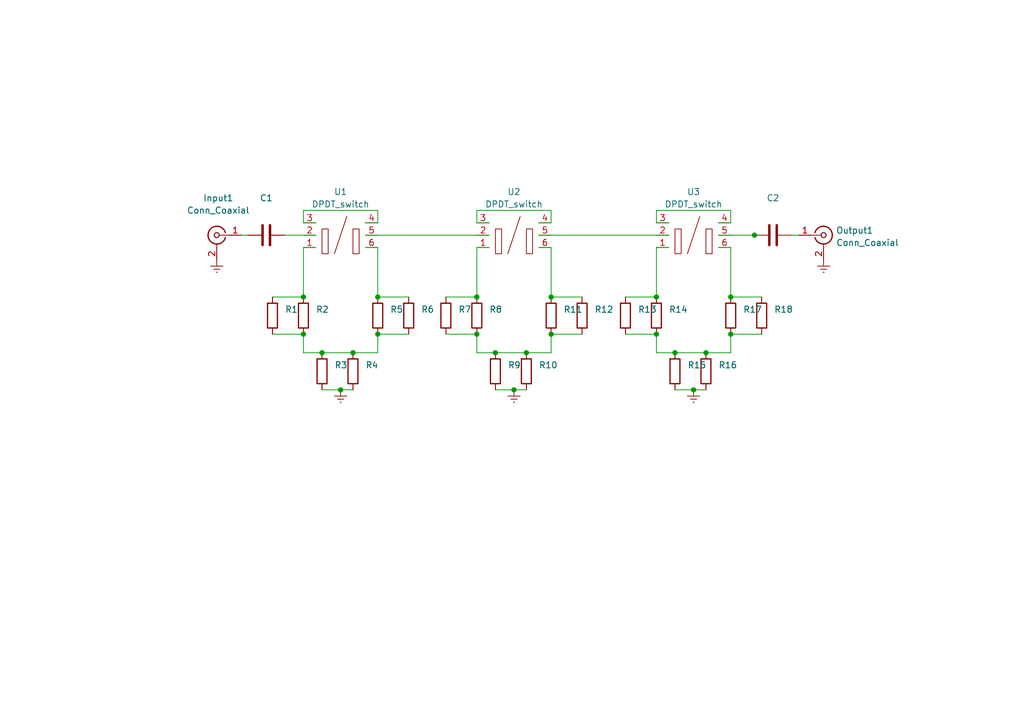
<source format=kicad_sch>
(kicad_sch (version 20211123) (generator eeschema)
  (paper "A5")
  (title_block (title "Pi Attenuator") (date "2022-04-21") (rev "202204V1"))
  (lib_symbols
    (symbol "Connector:Conn_Coaxial" (pin_names (offset 1.016) hide)
      (property "Reference" "J" (at 0.254 3.048 0))
      (property "Value" "Conn_Coaxial" (at 2.921 0 90))
      (symbol "Conn_Coaxial_0_1"
        (arc (start -1.778 -0.508) (mid 0.2311 -1.8066) (end 1.778 0) (stroke (width 0.254)))
        (polyline (pts (xy -2.54 0) (xy -0.508 0)))
        (polyline (pts (xy 0 -2.54) (xy 0 -1.778)))
        (circle (center 0 0) (radius 0.508) (stroke (width 0.2032)))
        (arc (start 1.778 0) (mid 0.2099 1.8101) (end -1.778 0.508) (stroke (width 0.254)))
      )
      (symbol "Conn_Coaxial_1_1"
        (pin passive line (at -5.08 0 0) (length 2.54) (name "In") (number "1"))
        (pin passive line (at 0 -5.08 90) (length 2.54) (name "Ext") (number "2"))
      )
    )
    (symbol "Custom:DPDT_switch"
      (property "Reference" "U" (at 0 -7.62 0))
      (property "Value" "DPDT_switch" (at 0 5.08 0))
      (symbol "DPDT_switch_0_1"
        (rectangle (start -3.81 0) (end -2.54 -5.08))
        (polyline (pts (xy -1.27 -5.08) (xy 1.27 2.54)))
        (rectangle (start 2.54 0) (end 3.81 -5.08))
      )
      (symbol "DPDT_switch_1_1"
        (pin unspecified line (at -5.08 -3.81 180) (length 2.54) (name "") (number "1"))
        (pin input line (at -5.08 -1.27 180) (length 2.54) (name "") (number "2"))
        (pin unspecified line (at -5.08 1.27 180) (length 2.54) (name "") (number "3"))
        (pin unspecified line (at 5.08 1.27 0) (length 2.54) (name "") (number "4"))
        (pin output line (at 5.08 -1.27 0) (length 2.54) (name "") (number "5"))
        (pin unspecified line (at 5.08 -3.81 0) (length 2.54) (name "") (number "6"))
      )
    )
    (symbol "Device:C" (pin_numbers hide) (pin_names (offset 0.254))
      (property "Reference" "C" (at 0.635 2.54 0))
      (property "Value" "C" (at 0.635 -2.54 0))
      (symbol "C_0_1"
        (polyline (pts (xy -2.032 -0.762) (xy 2.032 -0.762)) (stroke (width 0.508)))
        (polyline (pts (xy -2.032 0.762) (xy 2.032 0.762)) (stroke (width 0.508)))
      )
      (symbol "C_1_1"
        (pin passive line (at 0 3.81 270) (length 2.794) (name "~") (number "1"))
        (pin passive line (at 0 -3.81 90) (length 2.794) (name "~") (number "2"))
      )
    )
    (symbol "Device:R" (pin_numbers hide) (pin_names (offset 0))
      (property "Reference" "R" (at 2.032 0 90))
      (property "Value" "R" (at 0 0 90))
      (symbol "R_0_1"
        (rectangle (start -1.016 -2.54) (end 1.016 2.54) (stroke (width 0.254)))
      )
      (symbol "R_1_1"
        (pin passive line (at 0 3.81 270) (length 1.27) (name "~") (number "1"))
        (pin passive line (at 0 -3.81 90) (length 1.27) (name "~") (number "2"))
      )
    )
    (symbol "power:Earth" (power) (pin_names (offset 0))
      (symbol "Earth_0_1"
        (polyline (pts (xy -0.635 -1.905) (xy 0.635 -1.905)))
        (polyline (pts (xy -0.127 -2.54) (xy 0.127 -2.54)))
        (polyline (pts (xy 0 -1.27) (xy 0 0)))
        (polyline (pts (xy 1.27 -1.27) (xy -1.27 -1.27)))
      )
      (symbol "Earth_1_1"
        (pin power_in line (at 0 0 270) (length 0) hide (name "Earth") (number "1"))
      )
    )
  )
  (junction (at 142.24 80.01))
  (junction (at 138.43 72.39))
  (junction (at 97.79 68.58))
  (junction (at 66.04 72.39))
  (junction (at 72.39 72.39))
  (junction (at 144.78 72.39))
  (junction (at 113.03 60.96))
  (junction (at 62.23 60.96))
  (junction (at 154.7281 48.26))
  (junction (at 97.79 60.96))
  (junction (at 149.86 68.58))
  (junction (at 101.6 72.39))
  (junction (at 77.47 60.96))
  (junction (at 149.86 60.96))
  (junction (at 62.23 68.58))
  (junction (at 107.95 72.39))
  (junction (at 105.41 80.01))
  (junction (at 134.62 60.96))
  (junction (at 69.85 80.01))
  (junction (at 113.03 68.58))
  (junction (at 134.62 68.58))
  (junction (at 77.47 68.58))
  (wire (pts (xy 149.86 50.8) (xy 149.86 60.96)))
  (wire (pts (xy 77.47 43.18) (xy 77.47 45.72)))
  (wire (pts (xy 105.41 80.01) (xy 107.95 80.01)))
  (wire (pts (xy 138.43 72.39) (xy 134.62 72.39)))
  (wire (pts (xy 138.43 72.39) (xy 144.78 72.39)))
  (wire (pts (xy 77.47 68.58) (xy 83.82 68.58)))
  (wire (pts (xy 101.6 80.01) (xy 105.41 80.01)))
  (wire (pts (xy 77.47 60.96) (xy 83.82 60.96)))
  (wire (pts (xy 77.47 45.72) (xy 74.93 45.72)))
  (wire (pts (xy 97.79 43.18) (xy 113.03 43.18)))
  (wire (pts (xy 149.86 45.72) (xy 147.32 45.72)))
  (wire (pts (xy 113.03 72.39) (xy 113.03 68.58)))
  (wire (pts (xy 77.47 72.39) (xy 77.47 68.58)))
  (wire (pts (xy 113.03 60.96) (xy 119.38 60.96)))
  (wire (pts (xy 113.03 45.72) (xy 110.49 45.72)))
  (wire (pts (xy 97.79 60.96) (xy 97.79 50.8)))
  (wire (pts (xy 149.86 60.96) (xy 156.21 60.96)))
  (wire (pts (xy 62.23 43.18) (xy 77.47 43.18)))
  (wire (pts (xy 128.27 60.96) (xy 134.62 60.96)))
  (wire (pts (xy 101.6 72.39) (xy 97.79 72.39)))
  (wire (pts (xy 149.86 43.18) (xy 149.86 45.72)))
  (wire (pts (xy 97.79 45.72) (xy 97.79 43.18)))
  (wire (pts (xy 142.24 80.01) (xy 144.78 80.01)))
  (wire (pts (xy 134.62 45.72) (xy 134.62 43.18)))
  (wire (pts (xy 91.44 68.58) (xy 97.79 68.58)))
  (wire (pts (xy 144.78 72.39) (xy 149.86 72.39)))
  (wire (pts (xy 113.03 68.58) (xy 119.38 68.58)))
  (wire (pts (xy 147.32 50.8) (xy 149.86 50.8)))
  (wire (pts (xy 55.88 60.96) (xy 62.23 60.96)))
  (wire (pts (xy 134.62 60.96) (xy 134.62 50.8)))
  (wire (pts (xy 74.93 48.26) (xy 100.33 48.26)))
  (wire (pts (xy 62.23 50.8) (xy 64.77 50.8)))
  (wire (pts (xy 64.77 45.72) (xy 62.23 45.72)))
  (wire (pts (xy 113.03 50.8) (xy 113.03 60.96)))
  (wire (pts (xy 128.27 68.58) (xy 134.62 68.58)))
  (wire (pts (xy 66.04 80.01) (xy 69.85 80.01)))
  (wire (pts (xy 110.49 48.26) (xy 137.16 48.26)))
  (wire (pts (xy 62.23 72.39) (xy 62.23 68.58)))
  (wire (pts (xy 149.86 72.39) (xy 149.86 68.58)))
  (wire (pts (xy 97.79 50.8) (xy 100.33 50.8)))
  (wire (pts (xy 107.95 72.39) (xy 113.03 72.39)))
  (wire (pts (xy 138.43 80.01) (xy 142.24 80.01)))
  (wire (pts (xy 101.6 72.39) (xy 107.95 72.39)))
  (wire (pts (xy 110.49 50.8) (xy 113.03 50.8)))
  (wire (pts (xy 134.62 72.39) (xy 134.62 68.58)))
  (wire (pts (xy 100.33 45.72) (xy 97.79 45.72)))
  (wire (pts (xy 97.79 72.39) (xy 97.79 68.58)))
  (wire (pts (xy 66.04 72.39) (xy 62.23 72.39)))
  (wire (pts (xy 149.86 68.58) (xy 156.21 68.58)))
  (wire (pts (xy 162.3481 48.26) (xy 163.83 48.26)))
  (wire (pts (xy 58.42 48.26) (xy 64.77 48.26)))
  (wire (pts (xy 154.7281 48.26) (xy 154.94 48.26)))
  (wire (pts (xy 66.04 72.39) (xy 72.39 72.39)))
  (wire (pts (xy 91.44 60.96) (xy 97.79 60.96)))
  (wire (pts (xy 49.53 48.26) (xy 50.8 48.26)))
  (wire (pts (xy 62.23 45.72) (xy 62.23 43.18)))
  (wire (pts (xy 134.62 43.18) (xy 149.86 43.18)))
  (wire (pts (xy 55.88 68.58) (xy 62.23 68.58)))
  (wire (pts (xy 134.62 50.8) (xy 137.16 50.8)))
  (wire (pts (xy 62.23 60.96) (xy 62.23 50.8)))
  (wire (pts (xy 113.03 43.18) (xy 113.03 45.72)))
  (wire (pts (xy 72.39 72.39) (xy 77.47 72.39)))
  (wire (pts (xy 77.47 50.8) (xy 77.47 60.96)))
  (wire (pts (xy 147.32 48.26) (xy 154.7281 48.26)))
  (wire (pts (xy 69.85 80.01) (xy 72.39 80.01)))
  (wire (pts (xy 137.16 45.72) (xy 134.62 45.72)))
  (wire (pts (xy 74.93 50.8) (xy 77.47 50.8)))
  (symbol (lib_id "Device:R") (at 119.38 64.77 0) (unit 1)
    (property "Reference" "R12" (at 121.92 63.4999 0) (effects (justify left)))
    (property "Value" "R" (effects hide))
  )
  (symbol (lib_id "Device:C") (at 54.61 48.26 90) (unit 1)
    (property "Reference" "C1" (at 54.61 40.64 90))
    (property "Value" "C" (effects hide))
  )
  (symbol (lib_id "power:Earth") (at 105.41 80.01 0) (unit 1)
    (property "Reference" "#PWR03" (effects hide))
    (property "Value" "Earth" (effects hide))
  )
  (symbol (lib_id "Device:R") (at 97.79 64.77 0) (unit 1)
    (property "Reference" "R8" (at 100.33 63.4999 0) (effects (justify left)))
    (property "Value" "R" (effects hide))
  )
  (symbol (lib_id "Device:R") (at 77.47 64.77 0) (unit 1)
    (property "Reference" "R5" (at 80.01 63.4999 0) (effects (justify left)))
    (property "Value" "R" (effects hide))
  )
  (symbol (lib_id "Device:C") (at 158.5381 48.26 90) (unit 1)
    (property "Reference" "C2" (at 158.5381 40.64 90))
    (property "Value" "C" (effects hide))
  )
  (symbol (lib_id "Custom:DPDT_switch") (at 69.85 46.99 0) (unit 1)
    (property "Reference" "U1" (at 69.85 39.37 0))
    (property "Value" "DPDT_switch" (at 69.85 41.91 0))
  )
  (symbol (lib_id "Device:R") (at 91.44 64.77 0) (unit 1)
    (property "Reference" "R7" (at 93.98 63.4999 0) (effects (justify left)))
    (property "Value" "R" (effects hide))
  )
  (symbol (lib_id "Device:R") (at 138.43 76.2 0) (unit 1)
    (property "Reference" "R15" (at 140.97 74.9299 0) (effects (justify left)))
    (property "Value" "R" (effects hide))
  )
  (symbol (lib_id "Connector:Conn_Coaxial") (at 44.45 48.26 0) (mirror y) (unit 1)
    (property "Reference" "Input1" (at 44.7674 40.64 0))
    (property "Value" "Conn_Coaxial" (at 44.7674 43.18 0))
    (property "Datasheet" " ~" (effects hide))
  )
  (symbol (lib_id "Device:R") (at 144.78 76.2 0) (unit 1)
    (property "Reference" "R16" (at 147.32 74.9299 0) (effects (justify left)))
    (property "Value" "R" (effects hide))
  )
  (symbol (lib_id "Device:R") (at 128.27 64.77 0) (unit 1)
    (property "Reference" "R13" (at 130.81 63.4999 0) (effects (justify left)))
    (property "Value" "R" (effects hide))
  )
  (symbol (lib_id "power:Earth") (at 142.24 80.01 0) (unit 1)
    (property "Reference" "#PWR04" (effects hide))
    (property "Value" "Earth" (effects hide))
  )
  (symbol (lib_id "power:Earth") (at 44.45 53.34 0) (unit 1)
    (property "Reference" "#PWR01" (effects hide))
    (property "Value" "Earth" (effects hide))
  )
  (symbol (lib_id "Device:R") (at 101.6 76.2 0) (unit 1)
    (property "Reference" "R9" (at 104.14 74.9299 0) (effects (justify left)))
    (property "Value" "R" (effects hide))
  )
  (symbol (lib_id "Device:R") (at 72.39 76.2 0) (unit 1)
    (property "Reference" "R4" (at 74.93 74.9299 0) (effects (justify left)))
    (property "Value" "R" (effects hide))
  )
  (symbol (lib_id "Device:R") (at 113.03 64.77 0) (unit 1)
    (property "Reference" "R11" (at 115.57 63.4999 0) (effects (justify left)))
    (property "Value" "R" (effects hide))
  )
  (symbol (lib_id "Device:R") (at 156.21 64.77 0) (unit 1)
    (property "Reference" "R18" (at 158.75 63.4999 0) (effects (justify left)))
    (property "Value" "R" (effects hide))
  )
  (symbol (lib_id "Device:R") (at 62.23 64.77 0) (unit 1)
    (property "Reference" "R2" (at 64.77 63.4999 0) (effects (justify left)))
    (property "Value" "R" (effects hide))
  )
  (symbol (lib_id "Device:R") (at 149.86 64.77 0) (unit 1)
    (property "Reference" "R17" (at 152.4 63.4999 0) (effects (justify left)))
    (property "Value" "R" (effects hide))
  )
  (symbol (lib_id "Device:R") (at 55.88 64.77 0) (unit 1)
    (property "Reference" "R1" (at 58.42 63.4999 0) (effects (justify left)))
    (property "Value" "R" (effects hide))
  )
  (symbol (lib_id "Device:R") (at 107.95 76.2 0) (unit 1)
    (property "Reference" "R10" (at 110.49 74.9299 0) (effects (justify left)))
    (property "Value" "R" (effects hide))
  )
  (symbol (lib_id "Custom:DPDT_switch") (at 105.41 46.99 0) (unit 1)
    (property "Reference" "U2" (at 105.41 39.37 0))
    (property "Value" "DPDT_switch" (at 105.41 41.91 0))
  )
  (symbol (lib_id "Device:R") (at 66.04 76.2 0) (unit 1)
    (property "Reference" "R3" (at 68.58 74.9299 0) (effects (justify left)))
    (property "Value" "R" (effects hide))
  )
  (symbol (lib_id "Device:R") (at 83.82 64.77 0) (unit 1)
    (property "Reference" "R6" (at 86.36 63.4999 0) (effects (justify left)))
    (property "Value" "R" (effects hide))
  )
  (symbol (lib_id "power:Earth") (at 69.85 80.01 0) (unit 1)
    (property "Reference" "#PWR02" (effects hide))
    (property "Value" "Earth" (effects hide))
  )
  (symbol (lib_id "Device:R") (at 134.62 64.77 0) (unit 1)
    (property "Reference" "R14" (at 137.16 63.4999 0) (effects (justify left)))
    (property "Value" "R" (effects hide))
  )
  (symbol (lib_id "power:Earth") (at 168.91 53.34 0) (unit 1)
    (property "Reference" "#PWR05" (effects hide))
    (property "Value" "Earth" (effects hide))
  )
  (symbol (lib_id "Custom:DPDT_switch") (at 142.24 46.99 0) (unit 1)
    (property "Reference" "U3" (at 142.24 39.37 0))
    (property "Value" "DPDT_switch" (at 142.24 41.91 0))
  )
  (symbol (lib_id "Connector:Conn_Coaxial") (at 168.91 48.26 0) (unit 1)
    (property "Reference" "Output1" (at 171.45 47.2831 0) (effects (justify left)))
    (property "Value" "Conn_Coaxial" (at 171.45 49.8231 0) (effects (justify left)))
    (property "Datasheet" " ~" (effects hide))
  )
)
</source>
